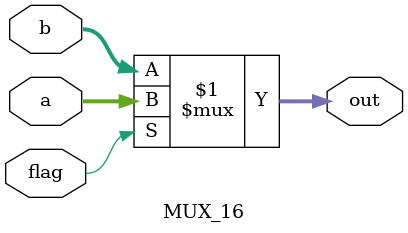
<source format=v>
`timescale 1ns / 1ps
module MUX_16( a,b, flag, out);
input   [15:0]  a,b;
input           flag;
output  [15:0]  out;

assign out = flag ? a : b;

endmodule

</source>
